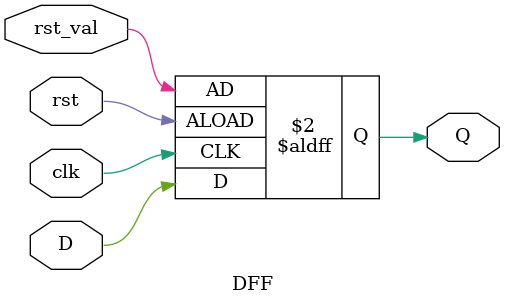
<source format=v>
module DFF (
    input wire clk, // Clock input
    input wire rst, // Asynchronous reset input, active high
    input wire rst_val, // Asynchronous reset value
    input wire D, // Data input D
    output reg Q       // Output Q
);

    // Describe the behavior of the DFF with always block.
   // on all posedges of clock or reset, we run this always block
    always @(posedge clk or posedge rst) begin
        if (rst) begin
            Q <= rst_val; // Reset Q to 0 when rst is high
        end
        else begin
            Q <= D; // On rising edge of clk, load D into Q
        end
    end

endmodule

</source>
